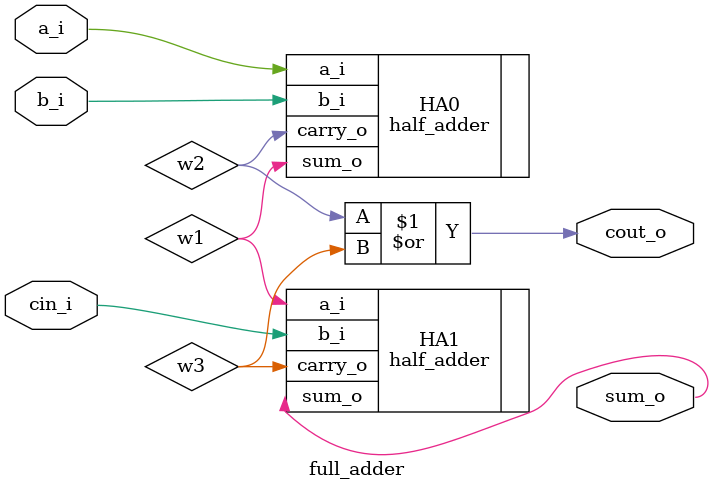
<source format=v>
`timescale 1ns / 1ps

//Verilog 1-bit Full Adder
module full_adder(
    input a_i,
    input b_i,
    input cin_i,
    output sum_o,
    output cout_o);
    
    wire w1, w2, w3;
    
    half_adder HA0(.a_i(a_i),
                   .b_i(b_i),
                   .sum_o(w1),
                   .carry_o(w2));
                   
    half_adder HA1(.a_i(w1),
                   .b_i(cin_i), 
                   .sum_o(sum_o),
                   .carry_o(w3));
                    
    or g1(cout_o, w2, w3);
    
endmodule
</source>
